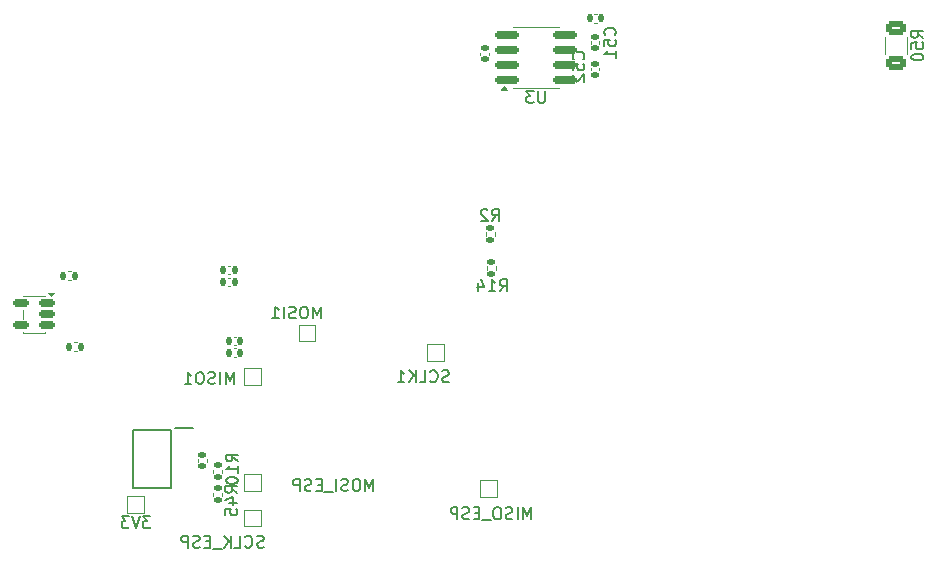
<source format=gbo>
G04 #@! TF.GenerationSoftware,KiCad,Pcbnew,9.0.4*
G04 #@! TF.CreationDate,2025-11-03T14:19:56-05:00*
G04 #@! TF.ProjectId,main_board_v1,6d61696e-5f62-46f6-9172-645f76312e6b,rev?*
G04 #@! TF.SameCoordinates,Original*
G04 #@! TF.FileFunction,Legend,Bot*
G04 #@! TF.FilePolarity,Positive*
%FSLAX46Y46*%
G04 Gerber Fmt 4.6, Leading zero omitted, Abs format (unit mm)*
G04 Created by KiCad (PCBNEW 9.0.4) date 2025-11-03 14:19:56*
%MOMM*%
%LPD*%
G01*
G04 APERTURE LIST*
G04 Aperture macros list*
%AMRoundRect*
0 Rectangle with rounded corners*
0 $1 Rounding radius*
0 $2 $3 $4 $5 $6 $7 $8 $9 X,Y pos of 4 corners*
0 Add a 4 corners polygon primitive as box body*
4,1,4,$2,$3,$4,$5,$6,$7,$8,$9,$2,$3,0*
0 Add four circle primitives for the rounded corners*
1,1,$1+$1,$2,$3*
1,1,$1+$1,$4,$5*
1,1,$1+$1,$6,$7*
1,1,$1+$1,$8,$9*
0 Add four rect primitives between the rounded corners*
20,1,$1+$1,$2,$3,$4,$5,0*
20,1,$1+$1,$4,$5,$6,$7,0*
20,1,$1+$1,$6,$7,$8,$9,0*
20,1,$1+$1,$8,$9,$2,$3,0*%
G04 Aperture macros list end*
%ADD10C,0.150000*%
%ADD11C,0.120000*%
%ADD12C,0.200000*%
%ADD13R,5.200000X1.250000*%
%ADD14R,1.600000X1.600000*%
%ADD15C,1.600000*%
%ADD16R,1.300000X1.300000*%
%ADD17C,1.300000*%
%ADD18C,1.638000*%
%ADD19C,4.801000*%
%ADD20RoundRect,0.140000X-0.170000X0.140000X-0.170000X-0.140000X0.170000X-0.140000X0.170000X0.140000X0*%
%ADD21R,1.000000X1.000000*%
%ADD22RoundRect,0.150000X-0.825000X-0.150000X0.825000X-0.150000X0.825000X0.150000X-0.825000X0.150000X0*%
%ADD23RoundRect,0.140000X0.140000X0.170000X-0.140000X0.170000X-0.140000X-0.170000X0.140000X-0.170000X0*%
%ADD24RoundRect,0.135000X-0.135000X-0.185000X0.135000X-0.185000X0.135000X0.185000X-0.135000X0.185000X0*%
%ADD25RoundRect,0.135000X-0.185000X0.135000X-0.185000X-0.135000X0.185000X-0.135000X0.185000X0.135000X0*%
%ADD26RoundRect,0.135000X0.185000X-0.135000X0.185000X0.135000X-0.185000X0.135000X-0.185000X-0.135000X0*%
%ADD27RoundRect,0.150000X0.512500X0.150000X-0.512500X0.150000X-0.512500X-0.150000X0.512500X-0.150000X0*%
%ADD28RoundRect,0.250000X0.625000X-0.312500X0.625000X0.312500X-0.625000X0.312500X-0.625000X-0.312500X0*%
%ADD29RoundRect,0.140000X0.170000X-0.140000X0.170000X0.140000X-0.170000X0.140000X-0.170000X-0.140000X0*%
%ADD30R,1.500000X0.650000*%
G04 APERTURE END LIST*
D10*
X75297618Y-52604819D02*
X75297618Y-51604819D01*
X75297618Y-51604819D02*
X74964285Y-52319104D01*
X74964285Y-52319104D02*
X74630952Y-51604819D01*
X74630952Y-51604819D02*
X74630952Y-52604819D01*
X73964285Y-51604819D02*
X73773809Y-51604819D01*
X73773809Y-51604819D02*
X73678571Y-51652438D01*
X73678571Y-51652438D02*
X73583333Y-51747676D01*
X73583333Y-51747676D02*
X73535714Y-51938152D01*
X73535714Y-51938152D02*
X73535714Y-52271485D01*
X73535714Y-52271485D02*
X73583333Y-52461961D01*
X73583333Y-52461961D02*
X73678571Y-52557200D01*
X73678571Y-52557200D02*
X73773809Y-52604819D01*
X73773809Y-52604819D02*
X73964285Y-52604819D01*
X73964285Y-52604819D02*
X74059523Y-52557200D01*
X74059523Y-52557200D02*
X74154761Y-52461961D01*
X74154761Y-52461961D02*
X74202380Y-52271485D01*
X74202380Y-52271485D02*
X74202380Y-51938152D01*
X74202380Y-51938152D02*
X74154761Y-51747676D01*
X74154761Y-51747676D02*
X74059523Y-51652438D01*
X74059523Y-51652438D02*
X73964285Y-51604819D01*
X73154761Y-52557200D02*
X73011904Y-52604819D01*
X73011904Y-52604819D02*
X72773809Y-52604819D01*
X72773809Y-52604819D02*
X72678571Y-52557200D01*
X72678571Y-52557200D02*
X72630952Y-52509580D01*
X72630952Y-52509580D02*
X72583333Y-52414342D01*
X72583333Y-52414342D02*
X72583333Y-52319104D01*
X72583333Y-52319104D02*
X72630952Y-52223866D01*
X72630952Y-52223866D02*
X72678571Y-52176247D01*
X72678571Y-52176247D02*
X72773809Y-52128628D01*
X72773809Y-52128628D02*
X72964285Y-52081009D01*
X72964285Y-52081009D02*
X73059523Y-52033390D01*
X73059523Y-52033390D02*
X73107142Y-51985771D01*
X73107142Y-51985771D02*
X73154761Y-51890533D01*
X73154761Y-51890533D02*
X73154761Y-51795295D01*
X73154761Y-51795295D02*
X73107142Y-51700057D01*
X73107142Y-51700057D02*
X73059523Y-51652438D01*
X73059523Y-51652438D02*
X72964285Y-51604819D01*
X72964285Y-51604819D02*
X72726190Y-51604819D01*
X72726190Y-51604819D02*
X72583333Y-51652438D01*
X72154761Y-52604819D02*
X72154761Y-51604819D01*
X71154762Y-52604819D02*
X71726190Y-52604819D01*
X71440476Y-52604819D02*
X71440476Y-51604819D01*
X71440476Y-51604819D02*
X71535714Y-51747676D01*
X71535714Y-51747676D02*
X71630952Y-51842914D01*
X71630952Y-51842914D02*
X71726190Y-51890533D01*
X94261904Y-33354819D02*
X94261904Y-34164342D01*
X94261904Y-34164342D02*
X94214285Y-34259580D01*
X94214285Y-34259580D02*
X94166666Y-34307200D01*
X94166666Y-34307200D02*
X94071428Y-34354819D01*
X94071428Y-34354819D02*
X93880952Y-34354819D01*
X93880952Y-34354819D02*
X93785714Y-34307200D01*
X93785714Y-34307200D02*
X93738095Y-34259580D01*
X93738095Y-34259580D02*
X93690476Y-34164342D01*
X93690476Y-34164342D02*
X93690476Y-33354819D01*
X93309523Y-33354819D02*
X92690476Y-33354819D01*
X92690476Y-33354819D02*
X93023809Y-33735771D01*
X93023809Y-33735771D02*
X92880952Y-33735771D01*
X92880952Y-33735771D02*
X92785714Y-33783390D01*
X92785714Y-33783390D02*
X92738095Y-33831009D01*
X92738095Y-33831009D02*
X92690476Y-33926247D01*
X92690476Y-33926247D02*
X92690476Y-34164342D01*
X92690476Y-34164342D02*
X92738095Y-34259580D01*
X92738095Y-34259580D02*
X92785714Y-34307200D01*
X92785714Y-34307200D02*
X92880952Y-34354819D01*
X92880952Y-34354819D02*
X93166666Y-34354819D01*
X93166666Y-34354819D02*
X93261904Y-34307200D01*
X93261904Y-34307200D02*
X93309523Y-34259580D01*
X60838094Y-69354819D02*
X60219047Y-69354819D01*
X60219047Y-69354819D02*
X60552380Y-69735771D01*
X60552380Y-69735771D02*
X60409523Y-69735771D01*
X60409523Y-69735771D02*
X60314285Y-69783390D01*
X60314285Y-69783390D02*
X60266666Y-69831009D01*
X60266666Y-69831009D02*
X60219047Y-69926247D01*
X60219047Y-69926247D02*
X60219047Y-70164342D01*
X60219047Y-70164342D02*
X60266666Y-70259580D01*
X60266666Y-70259580D02*
X60314285Y-70307200D01*
X60314285Y-70307200D02*
X60409523Y-70354819D01*
X60409523Y-70354819D02*
X60695237Y-70354819D01*
X60695237Y-70354819D02*
X60790475Y-70307200D01*
X60790475Y-70307200D02*
X60838094Y-70259580D01*
X59933332Y-69354819D02*
X59599999Y-70354819D01*
X59599999Y-70354819D02*
X59266666Y-69354819D01*
X59028570Y-69354819D02*
X58409523Y-69354819D01*
X58409523Y-69354819D02*
X58742856Y-69735771D01*
X58742856Y-69735771D02*
X58599999Y-69735771D01*
X58599999Y-69735771D02*
X58504761Y-69783390D01*
X58504761Y-69783390D02*
X58457142Y-69831009D01*
X58457142Y-69831009D02*
X58409523Y-69926247D01*
X58409523Y-69926247D02*
X58409523Y-70164342D01*
X58409523Y-70164342D02*
X58457142Y-70259580D01*
X58457142Y-70259580D02*
X58504761Y-70307200D01*
X58504761Y-70307200D02*
X58599999Y-70354819D01*
X58599999Y-70354819D02*
X58885713Y-70354819D01*
X58885713Y-70354819D02*
X58980951Y-70307200D01*
X58980951Y-70307200D02*
X59028570Y-70259580D01*
X86116666Y-57957200D02*
X85973809Y-58004819D01*
X85973809Y-58004819D02*
X85735714Y-58004819D01*
X85735714Y-58004819D02*
X85640476Y-57957200D01*
X85640476Y-57957200D02*
X85592857Y-57909580D01*
X85592857Y-57909580D02*
X85545238Y-57814342D01*
X85545238Y-57814342D02*
X85545238Y-57719104D01*
X85545238Y-57719104D02*
X85592857Y-57623866D01*
X85592857Y-57623866D02*
X85640476Y-57576247D01*
X85640476Y-57576247D02*
X85735714Y-57528628D01*
X85735714Y-57528628D02*
X85926190Y-57481009D01*
X85926190Y-57481009D02*
X86021428Y-57433390D01*
X86021428Y-57433390D02*
X86069047Y-57385771D01*
X86069047Y-57385771D02*
X86116666Y-57290533D01*
X86116666Y-57290533D02*
X86116666Y-57195295D01*
X86116666Y-57195295D02*
X86069047Y-57100057D01*
X86069047Y-57100057D02*
X86021428Y-57052438D01*
X86021428Y-57052438D02*
X85926190Y-57004819D01*
X85926190Y-57004819D02*
X85688095Y-57004819D01*
X85688095Y-57004819D02*
X85545238Y-57052438D01*
X84545238Y-57909580D02*
X84592857Y-57957200D01*
X84592857Y-57957200D02*
X84735714Y-58004819D01*
X84735714Y-58004819D02*
X84830952Y-58004819D01*
X84830952Y-58004819D02*
X84973809Y-57957200D01*
X84973809Y-57957200D02*
X85069047Y-57861961D01*
X85069047Y-57861961D02*
X85116666Y-57766723D01*
X85116666Y-57766723D02*
X85164285Y-57576247D01*
X85164285Y-57576247D02*
X85164285Y-57433390D01*
X85164285Y-57433390D02*
X85116666Y-57242914D01*
X85116666Y-57242914D02*
X85069047Y-57147676D01*
X85069047Y-57147676D02*
X84973809Y-57052438D01*
X84973809Y-57052438D02*
X84830952Y-57004819D01*
X84830952Y-57004819D02*
X84735714Y-57004819D01*
X84735714Y-57004819D02*
X84592857Y-57052438D01*
X84592857Y-57052438D02*
X84545238Y-57100057D01*
X83640476Y-58004819D02*
X84116666Y-58004819D01*
X84116666Y-58004819D02*
X84116666Y-57004819D01*
X83307142Y-58004819D02*
X83307142Y-57004819D01*
X82735714Y-58004819D02*
X83164285Y-57433390D01*
X82735714Y-57004819D02*
X83307142Y-57576247D01*
X81783333Y-58004819D02*
X82354761Y-58004819D01*
X82069047Y-58004819D02*
X82069047Y-57004819D01*
X82069047Y-57004819D02*
X82164285Y-57147676D01*
X82164285Y-57147676D02*
X82259523Y-57242914D01*
X82259523Y-57242914D02*
X82354761Y-57290533D01*
X70449999Y-71957200D02*
X70307142Y-72004819D01*
X70307142Y-72004819D02*
X70069047Y-72004819D01*
X70069047Y-72004819D02*
X69973809Y-71957200D01*
X69973809Y-71957200D02*
X69926190Y-71909580D01*
X69926190Y-71909580D02*
X69878571Y-71814342D01*
X69878571Y-71814342D02*
X69878571Y-71719104D01*
X69878571Y-71719104D02*
X69926190Y-71623866D01*
X69926190Y-71623866D02*
X69973809Y-71576247D01*
X69973809Y-71576247D02*
X70069047Y-71528628D01*
X70069047Y-71528628D02*
X70259523Y-71481009D01*
X70259523Y-71481009D02*
X70354761Y-71433390D01*
X70354761Y-71433390D02*
X70402380Y-71385771D01*
X70402380Y-71385771D02*
X70449999Y-71290533D01*
X70449999Y-71290533D02*
X70449999Y-71195295D01*
X70449999Y-71195295D02*
X70402380Y-71100057D01*
X70402380Y-71100057D02*
X70354761Y-71052438D01*
X70354761Y-71052438D02*
X70259523Y-71004819D01*
X70259523Y-71004819D02*
X70021428Y-71004819D01*
X70021428Y-71004819D02*
X69878571Y-71052438D01*
X68878571Y-71909580D02*
X68926190Y-71957200D01*
X68926190Y-71957200D02*
X69069047Y-72004819D01*
X69069047Y-72004819D02*
X69164285Y-72004819D01*
X69164285Y-72004819D02*
X69307142Y-71957200D01*
X69307142Y-71957200D02*
X69402380Y-71861961D01*
X69402380Y-71861961D02*
X69449999Y-71766723D01*
X69449999Y-71766723D02*
X69497618Y-71576247D01*
X69497618Y-71576247D02*
X69497618Y-71433390D01*
X69497618Y-71433390D02*
X69449999Y-71242914D01*
X69449999Y-71242914D02*
X69402380Y-71147676D01*
X69402380Y-71147676D02*
X69307142Y-71052438D01*
X69307142Y-71052438D02*
X69164285Y-71004819D01*
X69164285Y-71004819D02*
X69069047Y-71004819D01*
X69069047Y-71004819D02*
X68926190Y-71052438D01*
X68926190Y-71052438D02*
X68878571Y-71100057D01*
X67973809Y-72004819D02*
X68449999Y-72004819D01*
X68449999Y-72004819D02*
X68449999Y-71004819D01*
X67640475Y-72004819D02*
X67640475Y-71004819D01*
X67069047Y-72004819D02*
X67497618Y-71433390D01*
X67069047Y-71004819D02*
X67640475Y-71576247D01*
X66878571Y-72100057D02*
X66116666Y-72100057D01*
X65878570Y-71481009D02*
X65545237Y-71481009D01*
X65402380Y-72004819D02*
X65878570Y-72004819D01*
X65878570Y-72004819D02*
X65878570Y-71004819D01*
X65878570Y-71004819D02*
X65402380Y-71004819D01*
X65021427Y-71957200D02*
X64878570Y-72004819D01*
X64878570Y-72004819D02*
X64640475Y-72004819D01*
X64640475Y-72004819D02*
X64545237Y-71957200D01*
X64545237Y-71957200D02*
X64497618Y-71909580D01*
X64497618Y-71909580D02*
X64449999Y-71814342D01*
X64449999Y-71814342D02*
X64449999Y-71719104D01*
X64449999Y-71719104D02*
X64497618Y-71623866D01*
X64497618Y-71623866D02*
X64545237Y-71576247D01*
X64545237Y-71576247D02*
X64640475Y-71528628D01*
X64640475Y-71528628D02*
X64830951Y-71481009D01*
X64830951Y-71481009D02*
X64926189Y-71433390D01*
X64926189Y-71433390D02*
X64973808Y-71385771D01*
X64973808Y-71385771D02*
X65021427Y-71290533D01*
X65021427Y-71290533D02*
X65021427Y-71195295D01*
X65021427Y-71195295D02*
X64973808Y-71100057D01*
X64973808Y-71100057D02*
X64926189Y-71052438D01*
X64926189Y-71052438D02*
X64830951Y-71004819D01*
X64830951Y-71004819D02*
X64592856Y-71004819D01*
X64592856Y-71004819D02*
X64449999Y-71052438D01*
X64021427Y-72004819D02*
X64021427Y-71004819D01*
X64021427Y-71004819D02*
X63640475Y-71004819D01*
X63640475Y-71004819D02*
X63545237Y-71052438D01*
X63545237Y-71052438D02*
X63497618Y-71100057D01*
X63497618Y-71100057D02*
X63449999Y-71195295D01*
X63449999Y-71195295D02*
X63449999Y-71338152D01*
X63449999Y-71338152D02*
X63497618Y-71433390D01*
X63497618Y-71433390D02*
X63545237Y-71481009D01*
X63545237Y-71481009D02*
X63640475Y-71528628D01*
X63640475Y-71528628D02*
X64021427Y-71528628D01*
X67897618Y-58154819D02*
X67897618Y-57154819D01*
X67897618Y-57154819D02*
X67564285Y-57869104D01*
X67564285Y-57869104D02*
X67230952Y-57154819D01*
X67230952Y-57154819D02*
X67230952Y-58154819D01*
X66754761Y-58154819D02*
X66754761Y-57154819D01*
X66326190Y-58107200D02*
X66183333Y-58154819D01*
X66183333Y-58154819D02*
X65945238Y-58154819D01*
X65945238Y-58154819D02*
X65850000Y-58107200D01*
X65850000Y-58107200D02*
X65802381Y-58059580D01*
X65802381Y-58059580D02*
X65754762Y-57964342D01*
X65754762Y-57964342D02*
X65754762Y-57869104D01*
X65754762Y-57869104D02*
X65802381Y-57773866D01*
X65802381Y-57773866D02*
X65850000Y-57726247D01*
X65850000Y-57726247D02*
X65945238Y-57678628D01*
X65945238Y-57678628D02*
X66135714Y-57631009D01*
X66135714Y-57631009D02*
X66230952Y-57583390D01*
X66230952Y-57583390D02*
X66278571Y-57535771D01*
X66278571Y-57535771D02*
X66326190Y-57440533D01*
X66326190Y-57440533D02*
X66326190Y-57345295D01*
X66326190Y-57345295D02*
X66278571Y-57250057D01*
X66278571Y-57250057D02*
X66230952Y-57202438D01*
X66230952Y-57202438D02*
X66135714Y-57154819D01*
X66135714Y-57154819D02*
X65897619Y-57154819D01*
X65897619Y-57154819D02*
X65754762Y-57202438D01*
X65135714Y-57154819D02*
X64945238Y-57154819D01*
X64945238Y-57154819D02*
X64850000Y-57202438D01*
X64850000Y-57202438D02*
X64754762Y-57297676D01*
X64754762Y-57297676D02*
X64707143Y-57488152D01*
X64707143Y-57488152D02*
X64707143Y-57821485D01*
X64707143Y-57821485D02*
X64754762Y-58011961D01*
X64754762Y-58011961D02*
X64850000Y-58107200D01*
X64850000Y-58107200D02*
X64945238Y-58154819D01*
X64945238Y-58154819D02*
X65135714Y-58154819D01*
X65135714Y-58154819D02*
X65230952Y-58107200D01*
X65230952Y-58107200D02*
X65326190Y-58011961D01*
X65326190Y-58011961D02*
X65373809Y-57821485D01*
X65373809Y-57821485D02*
X65373809Y-57488152D01*
X65373809Y-57488152D02*
X65326190Y-57297676D01*
X65326190Y-57297676D02*
X65230952Y-57202438D01*
X65230952Y-57202438D02*
X65135714Y-57154819D01*
X63754762Y-58154819D02*
X64326190Y-58154819D01*
X64040476Y-58154819D02*
X64040476Y-57154819D01*
X64040476Y-57154819D02*
X64135714Y-57297676D01*
X64135714Y-57297676D02*
X64230952Y-57392914D01*
X64230952Y-57392914D02*
X64326190Y-57440533D01*
X89766666Y-44354819D02*
X90099999Y-43878628D01*
X90338094Y-44354819D02*
X90338094Y-43354819D01*
X90338094Y-43354819D02*
X89957142Y-43354819D01*
X89957142Y-43354819D02*
X89861904Y-43402438D01*
X89861904Y-43402438D02*
X89814285Y-43450057D01*
X89814285Y-43450057D02*
X89766666Y-43545295D01*
X89766666Y-43545295D02*
X89766666Y-43688152D01*
X89766666Y-43688152D02*
X89814285Y-43783390D01*
X89814285Y-43783390D02*
X89861904Y-43831009D01*
X89861904Y-43831009D02*
X89957142Y-43878628D01*
X89957142Y-43878628D02*
X90338094Y-43878628D01*
X89385713Y-43450057D02*
X89338094Y-43402438D01*
X89338094Y-43402438D02*
X89242856Y-43354819D01*
X89242856Y-43354819D02*
X89004761Y-43354819D01*
X89004761Y-43354819D02*
X88909523Y-43402438D01*
X88909523Y-43402438D02*
X88861904Y-43450057D01*
X88861904Y-43450057D02*
X88814285Y-43545295D01*
X88814285Y-43545295D02*
X88814285Y-43640533D01*
X88814285Y-43640533D02*
X88861904Y-43783390D01*
X88861904Y-43783390D02*
X89433332Y-44354819D01*
X89433332Y-44354819D02*
X88814285Y-44354819D01*
X68254819Y-64707142D02*
X67778628Y-64373809D01*
X68254819Y-64135714D02*
X67254819Y-64135714D01*
X67254819Y-64135714D02*
X67254819Y-64516666D01*
X67254819Y-64516666D02*
X67302438Y-64611904D01*
X67302438Y-64611904D02*
X67350057Y-64659523D01*
X67350057Y-64659523D02*
X67445295Y-64707142D01*
X67445295Y-64707142D02*
X67588152Y-64707142D01*
X67588152Y-64707142D02*
X67683390Y-64659523D01*
X67683390Y-64659523D02*
X67731009Y-64611904D01*
X67731009Y-64611904D02*
X67778628Y-64516666D01*
X67778628Y-64516666D02*
X67778628Y-64135714D01*
X68254819Y-65659523D02*
X68254819Y-65088095D01*
X68254819Y-65373809D02*
X67254819Y-65373809D01*
X67254819Y-65373809D02*
X67397676Y-65278571D01*
X67397676Y-65278571D02*
X67492914Y-65183333D01*
X67492914Y-65183333D02*
X67540533Y-65088095D01*
X67254819Y-66278571D02*
X67254819Y-66373809D01*
X67254819Y-66373809D02*
X67302438Y-66469047D01*
X67302438Y-66469047D02*
X67350057Y-66516666D01*
X67350057Y-66516666D02*
X67445295Y-66564285D01*
X67445295Y-66564285D02*
X67635771Y-66611904D01*
X67635771Y-66611904D02*
X67873866Y-66611904D01*
X67873866Y-66611904D02*
X68064342Y-66564285D01*
X68064342Y-66564285D02*
X68159580Y-66516666D01*
X68159580Y-66516666D02*
X68207200Y-66469047D01*
X68207200Y-66469047D02*
X68254819Y-66373809D01*
X68254819Y-66373809D02*
X68254819Y-66278571D01*
X68254819Y-66278571D02*
X68207200Y-66183333D01*
X68207200Y-66183333D02*
X68159580Y-66135714D01*
X68159580Y-66135714D02*
X68064342Y-66088095D01*
X68064342Y-66088095D02*
X67873866Y-66040476D01*
X67873866Y-66040476D02*
X67635771Y-66040476D01*
X67635771Y-66040476D02*
X67445295Y-66088095D01*
X67445295Y-66088095D02*
X67350057Y-66135714D01*
X67350057Y-66135714D02*
X67302438Y-66183333D01*
X67302438Y-66183333D02*
X67254819Y-66278571D01*
X93080951Y-69604819D02*
X93080951Y-68604819D01*
X93080951Y-68604819D02*
X92747618Y-69319104D01*
X92747618Y-69319104D02*
X92414285Y-68604819D01*
X92414285Y-68604819D02*
X92414285Y-69604819D01*
X91938094Y-69604819D02*
X91938094Y-68604819D01*
X91509523Y-69557200D02*
X91366666Y-69604819D01*
X91366666Y-69604819D02*
X91128571Y-69604819D01*
X91128571Y-69604819D02*
X91033333Y-69557200D01*
X91033333Y-69557200D02*
X90985714Y-69509580D01*
X90985714Y-69509580D02*
X90938095Y-69414342D01*
X90938095Y-69414342D02*
X90938095Y-69319104D01*
X90938095Y-69319104D02*
X90985714Y-69223866D01*
X90985714Y-69223866D02*
X91033333Y-69176247D01*
X91033333Y-69176247D02*
X91128571Y-69128628D01*
X91128571Y-69128628D02*
X91319047Y-69081009D01*
X91319047Y-69081009D02*
X91414285Y-69033390D01*
X91414285Y-69033390D02*
X91461904Y-68985771D01*
X91461904Y-68985771D02*
X91509523Y-68890533D01*
X91509523Y-68890533D02*
X91509523Y-68795295D01*
X91509523Y-68795295D02*
X91461904Y-68700057D01*
X91461904Y-68700057D02*
X91414285Y-68652438D01*
X91414285Y-68652438D02*
X91319047Y-68604819D01*
X91319047Y-68604819D02*
X91080952Y-68604819D01*
X91080952Y-68604819D02*
X90938095Y-68652438D01*
X90319047Y-68604819D02*
X90128571Y-68604819D01*
X90128571Y-68604819D02*
X90033333Y-68652438D01*
X90033333Y-68652438D02*
X89938095Y-68747676D01*
X89938095Y-68747676D02*
X89890476Y-68938152D01*
X89890476Y-68938152D02*
X89890476Y-69271485D01*
X89890476Y-69271485D02*
X89938095Y-69461961D01*
X89938095Y-69461961D02*
X90033333Y-69557200D01*
X90033333Y-69557200D02*
X90128571Y-69604819D01*
X90128571Y-69604819D02*
X90319047Y-69604819D01*
X90319047Y-69604819D02*
X90414285Y-69557200D01*
X90414285Y-69557200D02*
X90509523Y-69461961D01*
X90509523Y-69461961D02*
X90557142Y-69271485D01*
X90557142Y-69271485D02*
X90557142Y-68938152D01*
X90557142Y-68938152D02*
X90509523Y-68747676D01*
X90509523Y-68747676D02*
X90414285Y-68652438D01*
X90414285Y-68652438D02*
X90319047Y-68604819D01*
X89700000Y-69700057D02*
X88938095Y-69700057D01*
X88699999Y-69081009D02*
X88366666Y-69081009D01*
X88223809Y-69604819D02*
X88699999Y-69604819D01*
X88699999Y-69604819D02*
X88699999Y-68604819D01*
X88699999Y-68604819D02*
X88223809Y-68604819D01*
X87842856Y-69557200D02*
X87699999Y-69604819D01*
X87699999Y-69604819D02*
X87461904Y-69604819D01*
X87461904Y-69604819D02*
X87366666Y-69557200D01*
X87366666Y-69557200D02*
X87319047Y-69509580D01*
X87319047Y-69509580D02*
X87271428Y-69414342D01*
X87271428Y-69414342D02*
X87271428Y-69319104D01*
X87271428Y-69319104D02*
X87319047Y-69223866D01*
X87319047Y-69223866D02*
X87366666Y-69176247D01*
X87366666Y-69176247D02*
X87461904Y-69128628D01*
X87461904Y-69128628D02*
X87652380Y-69081009D01*
X87652380Y-69081009D02*
X87747618Y-69033390D01*
X87747618Y-69033390D02*
X87795237Y-68985771D01*
X87795237Y-68985771D02*
X87842856Y-68890533D01*
X87842856Y-68890533D02*
X87842856Y-68795295D01*
X87842856Y-68795295D02*
X87795237Y-68700057D01*
X87795237Y-68700057D02*
X87747618Y-68652438D01*
X87747618Y-68652438D02*
X87652380Y-68604819D01*
X87652380Y-68604819D02*
X87414285Y-68604819D01*
X87414285Y-68604819D02*
X87271428Y-68652438D01*
X86842856Y-69604819D02*
X86842856Y-68604819D01*
X86842856Y-68604819D02*
X86461904Y-68604819D01*
X86461904Y-68604819D02*
X86366666Y-68652438D01*
X86366666Y-68652438D02*
X86319047Y-68700057D01*
X86319047Y-68700057D02*
X86271428Y-68795295D01*
X86271428Y-68795295D02*
X86271428Y-68938152D01*
X86271428Y-68938152D02*
X86319047Y-69033390D01*
X86319047Y-69033390D02*
X86366666Y-69081009D01*
X86366666Y-69081009D02*
X86461904Y-69128628D01*
X86461904Y-69128628D02*
X86842856Y-69128628D01*
X97509580Y-30657142D02*
X97557200Y-30609523D01*
X97557200Y-30609523D02*
X97604819Y-30466666D01*
X97604819Y-30466666D02*
X97604819Y-30371428D01*
X97604819Y-30371428D02*
X97557200Y-30228571D01*
X97557200Y-30228571D02*
X97461961Y-30133333D01*
X97461961Y-30133333D02*
X97366723Y-30085714D01*
X97366723Y-30085714D02*
X97176247Y-30038095D01*
X97176247Y-30038095D02*
X97033390Y-30038095D01*
X97033390Y-30038095D02*
X96842914Y-30085714D01*
X96842914Y-30085714D02*
X96747676Y-30133333D01*
X96747676Y-30133333D02*
X96652438Y-30228571D01*
X96652438Y-30228571D02*
X96604819Y-30371428D01*
X96604819Y-30371428D02*
X96604819Y-30466666D01*
X96604819Y-30466666D02*
X96652438Y-30609523D01*
X96652438Y-30609523D02*
X96700057Y-30657142D01*
X96604819Y-31561904D02*
X96604819Y-31085714D01*
X96604819Y-31085714D02*
X97081009Y-31038095D01*
X97081009Y-31038095D02*
X97033390Y-31085714D01*
X97033390Y-31085714D02*
X96985771Y-31180952D01*
X96985771Y-31180952D02*
X96985771Y-31419047D01*
X96985771Y-31419047D02*
X97033390Y-31514285D01*
X97033390Y-31514285D02*
X97081009Y-31561904D01*
X97081009Y-31561904D02*
X97176247Y-31609523D01*
X97176247Y-31609523D02*
X97414342Y-31609523D01*
X97414342Y-31609523D02*
X97509580Y-31561904D01*
X97509580Y-31561904D02*
X97557200Y-31514285D01*
X97557200Y-31514285D02*
X97604819Y-31419047D01*
X97604819Y-31419047D02*
X97604819Y-31180952D01*
X97604819Y-31180952D02*
X97557200Y-31085714D01*
X97557200Y-31085714D02*
X97509580Y-31038095D01*
X96700057Y-31990476D02*
X96652438Y-32038095D01*
X96652438Y-32038095D02*
X96604819Y-32133333D01*
X96604819Y-32133333D02*
X96604819Y-32371428D01*
X96604819Y-32371428D02*
X96652438Y-32466666D01*
X96652438Y-32466666D02*
X96700057Y-32514285D01*
X96700057Y-32514285D02*
X96795295Y-32561904D01*
X96795295Y-32561904D02*
X96890533Y-32561904D01*
X96890533Y-32561904D02*
X97033390Y-32514285D01*
X97033390Y-32514285D02*
X97604819Y-31942857D01*
X97604819Y-31942857D02*
X97604819Y-32561904D01*
X90442857Y-50304819D02*
X90776190Y-49828628D01*
X91014285Y-50304819D02*
X91014285Y-49304819D01*
X91014285Y-49304819D02*
X90633333Y-49304819D01*
X90633333Y-49304819D02*
X90538095Y-49352438D01*
X90538095Y-49352438D02*
X90490476Y-49400057D01*
X90490476Y-49400057D02*
X90442857Y-49495295D01*
X90442857Y-49495295D02*
X90442857Y-49638152D01*
X90442857Y-49638152D02*
X90490476Y-49733390D01*
X90490476Y-49733390D02*
X90538095Y-49781009D01*
X90538095Y-49781009D02*
X90633333Y-49828628D01*
X90633333Y-49828628D02*
X91014285Y-49828628D01*
X89490476Y-50304819D02*
X90061904Y-50304819D01*
X89776190Y-50304819D02*
X89776190Y-49304819D01*
X89776190Y-49304819D02*
X89871428Y-49447676D01*
X89871428Y-49447676D02*
X89966666Y-49542914D01*
X89966666Y-49542914D02*
X90061904Y-49590533D01*
X88633333Y-49638152D02*
X88633333Y-50304819D01*
X88871428Y-49257200D02*
X89109523Y-49971485D01*
X89109523Y-49971485D02*
X88490476Y-49971485D01*
X68209819Y-67377142D02*
X67733628Y-67043809D01*
X68209819Y-66805714D02*
X67209819Y-66805714D01*
X67209819Y-66805714D02*
X67209819Y-67186666D01*
X67209819Y-67186666D02*
X67257438Y-67281904D01*
X67257438Y-67281904D02*
X67305057Y-67329523D01*
X67305057Y-67329523D02*
X67400295Y-67377142D01*
X67400295Y-67377142D02*
X67543152Y-67377142D01*
X67543152Y-67377142D02*
X67638390Y-67329523D01*
X67638390Y-67329523D02*
X67686009Y-67281904D01*
X67686009Y-67281904D02*
X67733628Y-67186666D01*
X67733628Y-67186666D02*
X67733628Y-66805714D01*
X67543152Y-68234285D02*
X68209819Y-68234285D01*
X67162200Y-67996190D02*
X67876485Y-67758095D01*
X67876485Y-67758095D02*
X67876485Y-68377142D01*
X67209819Y-69234285D02*
X67209819Y-68758095D01*
X67209819Y-68758095D02*
X67686009Y-68710476D01*
X67686009Y-68710476D02*
X67638390Y-68758095D01*
X67638390Y-68758095D02*
X67590771Y-68853333D01*
X67590771Y-68853333D02*
X67590771Y-69091428D01*
X67590771Y-69091428D02*
X67638390Y-69186666D01*
X67638390Y-69186666D02*
X67686009Y-69234285D01*
X67686009Y-69234285D02*
X67781247Y-69281904D01*
X67781247Y-69281904D02*
X68019342Y-69281904D01*
X68019342Y-69281904D02*
X68114580Y-69234285D01*
X68114580Y-69234285D02*
X68162200Y-69186666D01*
X68162200Y-69186666D02*
X68209819Y-69091428D01*
X68209819Y-69091428D02*
X68209819Y-68853333D01*
X68209819Y-68853333D02*
X68162200Y-68758095D01*
X68162200Y-68758095D02*
X68114580Y-68710476D01*
X126284819Y-28857142D02*
X125808628Y-28523809D01*
X126284819Y-28285714D02*
X125284819Y-28285714D01*
X125284819Y-28285714D02*
X125284819Y-28666666D01*
X125284819Y-28666666D02*
X125332438Y-28761904D01*
X125332438Y-28761904D02*
X125380057Y-28809523D01*
X125380057Y-28809523D02*
X125475295Y-28857142D01*
X125475295Y-28857142D02*
X125618152Y-28857142D01*
X125618152Y-28857142D02*
X125713390Y-28809523D01*
X125713390Y-28809523D02*
X125761009Y-28761904D01*
X125761009Y-28761904D02*
X125808628Y-28666666D01*
X125808628Y-28666666D02*
X125808628Y-28285714D01*
X125284819Y-29761904D02*
X125284819Y-29285714D01*
X125284819Y-29285714D02*
X125761009Y-29238095D01*
X125761009Y-29238095D02*
X125713390Y-29285714D01*
X125713390Y-29285714D02*
X125665771Y-29380952D01*
X125665771Y-29380952D02*
X125665771Y-29619047D01*
X125665771Y-29619047D02*
X125713390Y-29714285D01*
X125713390Y-29714285D02*
X125761009Y-29761904D01*
X125761009Y-29761904D02*
X125856247Y-29809523D01*
X125856247Y-29809523D02*
X126094342Y-29809523D01*
X126094342Y-29809523D02*
X126189580Y-29761904D01*
X126189580Y-29761904D02*
X126237200Y-29714285D01*
X126237200Y-29714285D02*
X126284819Y-29619047D01*
X126284819Y-29619047D02*
X126284819Y-29380952D01*
X126284819Y-29380952D02*
X126237200Y-29285714D01*
X126237200Y-29285714D02*
X126189580Y-29238095D01*
X125284819Y-30428571D02*
X125284819Y-30523809D01*
X125284819Y-30523809D02*
X125332438Y-30619047D01*
X125332438Y-30619047D02*
X125380057Y-30666666D01*
X125380057Y-30666666D02*
X125475295Y-30714285D01*
X125475295Y-30714285D02*
X125665771Y-30761904D01*
X125665771Y-30761904D02*
X125903866Y-30761904D01*
X125903866Y-30761904D02*
X126094342Y-30714285D01*
X126094342Y-30714285D02*
X126189580Y-30666666D01*
X126189580Y-30666666D02*
X126237200Y-30619047D01*
X126237200Y-30619047D02*
X126284819Y-30523809D01*
X126284819Y-30523809D02*
X126284819Y-30428571D01*
X126284819Y-30428571D02*
X126237200Y-30333333D01*
X126237200Y-30333333D02*
X126189580Y-30285714D01*
X126189580Y-30285714D02*
X126094342Y-30238095D01*
X126094342Y-30238095D02*
X125903866Y-30190476D01*
X125903866Y-30190476D02*
X125665771Y-30190476D01*
X125665771Y-30190476D02*
X125475295Y-30238095D01*
X125475295Y-30238095D02*
X125380057Y-30285714D01*
X125380057Y-30285714D02*
X125332438Y-30333333D01*
X125332438Y-30333333D02*
X125284819Y-30428571D01*
X100159580Y-28607142D02*
X100207200Y-28559523D01*
X100207200Y-28559523D02*
X100254819Y-28416666D01*
X100254819Y-28416666D02*
X100254819Y-28321428D01*
X100254819Y-28321428D02*
X100207200Y-28178571D01*
X100207200Y-28178571D02*
X100111961Y-28083333D01*
X100111961Y-28083333D02*
X100016723Y-28035714D01*
X100016723Y-28035714D02*
X99826247Y-27988095D01*
X99826247Y-27988095D02*
X99683390Y-27988095D01*
X99683390Y-27988095D02*
X99492914Y-28035714D01*
X99492914Y-28035714D02*
X99397676Y-28083333D01*
X99397676Y-28083333D02*
X99302438Y-28178571D01*
X99302438Y-28178571D02*
X99254819Y-28321428D01*
X99254819Y-28321428D02*
X99254819Y-28416666D01*
X99254819Y-28416666D02*
X99302438Y-28559523D01*
X99302438Y-28559523D02*
X99350057Y-28607142D01*
X99254819Y-29511904D02*
X99254819Y-29035714D01*
X99254819Y-29035714D02*
X99731009Y-28988095D01*
X99731009Y-28988095D02*
X99683390Y-29035714D01*
X99683390Y-29035714D02*
X99635771Y-29130952D01*
X99635771Y-29130952D02*
X99635771Y-29369047D01*
X99635771Y-29369047D02*
X99683390Y-29464285D01*
X99683390Y-29464285D02*
X99731009Y-29511904D01*
X99731009Y-29511904D02*
X99826247Y-29559523D01*
X99826247Y-29559523D02*
X100064342Y-29559523D01*
X100064342Y-29559523D02*
X100159580Y-29511904D01*
X100159580Y-29511904D02*
X100207200Y-29464285D01*
X100207200Y-29464285D02*
X100254819Y-29369047D01*
X100254819Y-29369047D02*
X100254819Y-29130952D01*
X100254819Y-29130952D02*
X100207200Y-29035714D01*
X100207200Y-29035714D02*
X100159580Y-28988095D01*
X100254819Y-30511904D02*
X100254819Y-29940476D01*
X100254819Y-30226190D02*
X99254819Y-30226190D01*
X99254819Y-30226190D02*
X99397676Y-30130952D01*
X99397676Y-30130952D02*
X99492914Y-30035714D01*
X99492914Y-30035714D02*
X99540533Y-29940476D01*
X79730951Y-67204819D02*
X79730951Y-66204819D01*
X79730951Y-66204819D02*
X79397618Y-66919104D01*
X79397618Y-66919104D02*
X79064285Y-66204819D01*
X79064285Y-66204819D02*
X79064285Y-67204819D01*
X78397618Y-66204819D02*
X78207142Y-66204819D01*
X78207142Y-66204819D02*
X78111904Y-66252438D01*
X78111904Y-66252438D02*
X78016666Y-66347676D01*
X78016666Y-66347676D02*
X77969047Y-66538152D01*
X77969047Y-66538152D02*
X77969047Y-66871485D01*
X77969047Y-66871485D02*
X78016666Y-67061961D01*
X78016666Y-67061961D02*
X78111904Y-67157200D01*
X78111904Y-67157200D02*
X78207142Y-67204819D01*
X78207142Y-67204819D02*
X78397618Y-67204819D01*
X78397618Y-67204819D02*
X78492856Y-67157200D01*
X78492856Y-67157200D02*
X78588094Y-67061961D01*
X78588094Y-67061961D02*
X78635713Y-66871485D01*
X78635713Y-66871485D02*
X78635713Y-66538152D01*
X78635713Y-66538152D02*
X78588094Y-66347676D01*
X78588094Y-66347676D02*
X78492856Y-66252438D01*
X78492856Y-66252438D02*
X78397618Y-66204819D01*
X77588094Y-67157200D02*
X77445237Y-67204819D01*
X77445237Y-67204819D02*
X77207142Y-67204819D01*
X77207142Y-67204819D02*
X77111904Y-67157200D01*
X77111904Y-67157200D02*
X77064285Y-67109580D01*
X77064285Y-67109580D02*
X77016666Y-67014342D01*
X77016666Y-67014342D02*
X77016666Y-66919104D01*
X77016666Y-66919104D02*
X77064285Y-66823866D01*
X77064285Y-66823866D02*
X77111904Y-66776247D01*
X77111904Y-66776247D02*
X77207142Y-66728628D01*
X77207142Y-66728628D02*
X77397618Y-66681009D01*
X77397618Y-66681009D02*
X77492856Y-66633390D01*
X77492856Y-66633390D02*
X77540475Y-66585771D01*
X77540475Y-66585771D02*
X77588094Y-66490533D01*
X77588094Y-66490533D02*
X77588094Y-66395295D01*
X77588094Y-66395295D02*
X77540475Y-66300057D01*
X77540475Y-66300057D02*
X77492856Y-66252438D01*
X77492856Y-66252438D02*
X77397618Y-66204819D01*
X77397618Y-66204819D02*
X77159523Y-66204819D01*
X77159523Y-66204819D02*
X77016666Y-66252438D01*
X76588094Y-67204819D02*
X76588094Y-66204819D01*
X76350000Y-67300057D02*
X75588095Y-67300057D01*
X75349999Y-66681009D02*
X75016666Y-66681009D01*
X74873809Y-67204819D02*
X75349999Y-67204819D01*
X75349999Y-67204819D02*
X75349999Y-66204819D01*
X75349999Y-66204819D02*
X74873809Y-66204819D01*
X74492856Y-67157200D02*
X74349999Y-67204819D01*
X74349999Y-67204819D02*
X74111904Y-67204819D01*
X74111904Y-67204819D02*
X74016666Y-67157200D01*
X74016666Y-67157200D02*
X73969047Y-67109580D01*
X73969047Y-67109580D02*
X73921428Y-67014342D01*
X73921428Y-67014342D02*
X73921428Y-66919104D01*
X73921428Y-66919104D02*
X73969047Y-66823866D01*
X73969047Y-66823866D02*
X74016666Y-66776247D01*
X74016666Y-66776247D02*
X74111904Y-66728628D01*
X74111904Y-66728628D02*
X74302380Y-66681009D01*
X74302380Y-66681009D02*
X74397618Y-66633390D01*
X74397618Y-66633390D02*
X74445237Y-66585771D01*
X74445237Y-66585771D02*
X74492856Y-66490533D01*
X74492856Y-66490533D02*
X74492856Y-66395295D01*
X74492856Y-66395295D02*
X74445237Y-66300057D01*
X74445237Y-66300057D02*
X74397618Y-66252438D01*
X74397618Y-66252438D02*
X74302380Y-66204819D01*
X74302380Y-66204819D02*
X74064285Y-66204819D01*
X74064285Y-66204819D02*
X73921428Y-66252438D01*
X73492856Y-67204819D02*
X73492856Y-66204819D01*
X73492856Y-66204819D02*
X73111904Y-66204819D01*
X73111904Y-66204819D02*
X73016666Y-66252438D01*
X73016666Y-66252438D02*
X72969047Y-66300057D01*
X72969047Y-66300057D02*
X72921428Y-66395295D01*
X72921428Y-66395295D02*
X72921428Y-66538152D01*
X72921428Y-66538152D02*
X72969047Y-66633390D01*
X72969047Y-66633390D02*
X73016666Y-66681009D01*
X73016666Y-66681009D02*
X73111904Y-66728628D01*
X73111904Y-66728628D02*
X73492856Y-66728628D01*
D11*
X64890000Y-64542164D02*
X64890000Y-64757836D01*
X65610000Y-64542164D02*
X65610000Y-64757836D01*
X73400000Y-53150000D02*
X73400000Y-54550000D01*
X73400000Y-54550000D02*
X74800000Y-54550000D01*
X74800000Y-53150000D02*
X73400000Y-53150000D01*
X74800000Y-54550000D02*
X74800000Y-53150000D01*
X93500000Y-27940000D02*
X91550000Y-27940000D01*
X93500000Y-27940000D02*
X95450000Y-27940000D01*
X93500000Y-33060000D02*
X91550000Y-33060000D01*
X93500000Y-33060000D02*
X95450000Y-33060000D01*
X91040000Y-33295000D02*
X90560000Y-33295000D01*
X90800000Y-32965000D01*
X91040000Y-33295000D01*
G36*
X91040000Y-33295000D02*
G01*
X90560000Y-33295000D01*
X90800000Y-32965000D01*
X91040000Y-33295000D01*
G37*
X67607836Y-49140000D02*
X67392164Y-49140000D01*
X67607836Y-49860000D02*
X67392164Y-49860000D01*
X58900000Y-67650000D02*
X58900000Y-69050000D01*
X58900000Y-69050000D02*
X60300000Y-69050000D01*
X60300000Y-67650000D02*
X58900000Y-67650000D01*
X60300000Y-69050000D02*
X60300000Y-67650000D01*
X84300000Y-54800000D02*
X84300000Y-56200000D01*
X84300000Y-56200000D02*
X85700000Y-56200000D01*
X85700000Y-54800000D02*
X84300000Y-54800000D01*
X85700000Y-56200000D02*
X85700000Y-54800000D01*
X98657836Y-26840000D02*
X98442164Y-26840000D01*
X98657836Y-27560000D02*
X98442164Y-27560000D01*
X68800000Y-68800000D02*
X68800000Y-70200000D01*
X68800000Y-70200000D02*
X70200000Y-70200000D01*
X70200000Y-68800000D02*
X68800000Y-68800000D01*
X70200000Y-70200000D02*
X70200000Y-68800000D01*
X53836359Y-48620000D02*
X54143641Y-48620000D01*
X53836359Y-49380000D02*
X54143641Y-49380000D01*
X68800000Y-56800000D02*
X68800000Y-58200000D01*
X68800000Y-58200000D02*
X70200000Y-58200000D01*
X70200000Y-56800000D02*
X68800000Y-56800000D01*
X70200000Y-58200000D02*
X70200000Y-56800000D01*
X89270000Y-45296359D02*
X89270000Y-45603641D01*
X90030000Y-45296359D02*
X90030000Y-45603641D01*
X54356359Y-54620000D02*
X54663641Y-54620000D01*
X54356359Y-55380000D02*
X54663641Y-55380000D01*
X68107836Y-55140000D02*
X67892164Y-55140000D01*
X68107836Y-55860000D02*
X67892164Y-55860000D01*
X66195000Y-65396359D02*
X66195000Y-65703641D01*
X66955000Y-65396359D02*
X66955000Y-65703641D01*
X88800000Y-66300000D02*
X88800000Y-67700000D01*
X88800000Y-67700000D02*
X90200000Y-67700000D01*
X90200000Y-66300000D02*
X88800000Y-66300000D01*
X90200000Y-67700000D02*
X90200000Y-66300000D01*
X98140000Y-31392164D02*
X98140000Y-31607836D01*
X98860000Y-31392164D02*
X98860000Y-31607836D01*
X89320000Y-48503641D02*
X89320000Y-48196359D01*
X90080000Y-48503641D02*
X90080000Y-48196359D01*
X50090000Y-50690000D02*
X50090000Y-50740000D01*
X50090000Y-51860000D02*
X50090000Y-52640000D01*
X50090000Y-53760000D02*
X50090000Y-53810000D01*
X50090000Y-53810000D02*
X51910000Y-53810000D01*
X51910000Y-50690000D02*
X50090000Y-50690000D01*
X51910000Y-50740000D02*
X51910000Y-50690000D01*
X51910000Y-53810000D02*
X51910000Y-53760000D01*
X52450000Y-50740000D02*
X52210000Y-50410000D01*
X52690000Y-50410000D01*
X52450000Y-50740000D01*
G36*
X52450000Y-50740000D02*
G01*
X52210000Y-50410000D01*
X52690000Y-50410000D01*
X52450000Y-50740000D01*
G37*
X66195000Y-67346359D02*
X66195000Y-67653641D01*
X66955000Y-67346359D02*
X66955000Y-67653641D01*
X68107836Y-54140000D02*
X67892164Y-54140000D01*
X68107836Y-54860000D02*
X67892164Y-54860000D01*
X123090000Y-30227064D02*
X123090000Y-28772936D01*
X124910000Y-30227064D02*
X124910000Y-28772936D01*
X88790000Y-30307836D02*
X88790000Y-30092164D01*
X89510000Y-30307836D02*
X89510000Y-30092164D01*
X67607836Y-48140000D02*
X67392164Y-48140000D01*
X67607836Y-48860000D02*
X67392164Y-48860000D01*
X98140000Y-29357836D02*
X98140000Y-29142164D01*
X98860000Y-29357836D02*
X98860000Y-29142164D01*
D12*
X59400000Y-62050000D02*
X59400000Y-66950000D01*
X59400000Y-66950000D02*
X62600000Y-66950000D01*
X62600000Y-62050000D02*
X59400000Y-62050000D01*
X62600000Y-66950000D02*
X62600000Y-62050000D01*
X64450000Y-61920000D02*
X62950000Y-61920000D01*
D11*
X68800000Y-65800000D02*
X68800000Y-67200000D01*
X68800000Y-67200000D02*
X70200000Y-67200000D01*
X70200000Y-65800000D02*
X68800000Y-65800000D01*
X70200000Y-67200000D02*
X70200000Y-65800000D01*
%LPC*%
D13*
X44500000Y-48600000D03*
X44500000Y-50600000D03*
X44500000Y-52600000D03*
X44500000Y-54600000D03*
X44500000Y-56500000D03*
D14*
X71762000Y-23464950D03*
D15*
X71762000Y-26004950D03*
X71762000Y-38704950D03*
X71762000Y-41244950D03*
X71762000Y-43784950D03*
X71762000Y-53944950D03*
X71762000Y-56484950D03*
X71762000Y-59024950D03*
X71762000Y-61564950D03*
X71762000Y-64104950D03*
X71762000Y-66644950D03*
X71762000Y-69184950D03*
X71762000Y-71724950D03*
X71762000Y-74264950D03*
X71762000Y-76804950D03*
X71762000Y-79344950D03*
X71762000Y-81884950D03*
X87002000Y-81884950D03*
X87002000Y-79344950D03*
X87002000Y-76804950D03*
X87002000Y-74264950D03*
X87002000Y-71724950D03*
X87002000Y-66644950D03*
X87002000Y-64104950D03*
X87002000Y-61564950D03*
X87002000Y-59024950D03*
X87002000Y-56484950D03*
X87002000Y-53944950D03*
X87002000Y-51404950D03*
X87002000Y-48864950D03*
X87002000Y-46324950D03*
X87002000Y-43784950D03*
X87002000Y-41244950D03*
X87002000Y-38704950D03*
X87002000Y-36164950D03*
X87002000Y-33624950D03*
X87002000Y-31084950D03*
X87002000Y-28544950D03*
X87002000Y-26004950D03*
X87002000Y-23464950D03*
X84462000Y-26004950D03*
X74302000Y-69184950D03*
X76842000Y-69184950D03*
X79382000Y-69184950D03*
X74812800Y-37384150D03*
X74812800Y-39924150D03*
D16*
X84563600Y-36434950D03*
D17*
X82563600Y-36434950D03*
X80563600Y-36434950D03*
X80563600Y-38434950D03*
X82563600Y-38434950D03*
X84563600Y-38434950D03*
X80652000Y-24194950D03*
X78112000Y-24194950D03*
D18*
X129022000Y-64054950D03*
X129022000Y-61768950D03*
X129022000Y-59482950D03*
X129022000Y-57196950D03*
X129022000Y-54910950D03*
X129022000Y-52624950D03*
X129022000Y-50338950D03*
X129022000Y-48052950D03*
X129022000Y-45766950D03*
X129022000Y-43480950D03*
X129022000Y-41194950D03*
X129022000Y-38908950D03*
X129022000Y-36622950D03*
X129022000Y-34336950D03*
X129022000Y-32050950D03*
X131562000Y-65197950D03*
X131562000Y-62911950D03*
X131562000Y-60625950D03*
X131562000Y-58339950D03*
X131562000Y-56053950D03*
X131562000Y-53767950D03*
X131562000Y-51481950D03*
X131562000Y-49195950D03*
X131562000Y-46909950D03*
X131562000Y-44623950D03*
X131562000Y-42337950D03*
X131562000Y-40051950D03*
X131562000Y-37765950D03*
X131562000Y-35479950D03*
X131562000Y-33193950D03*
X134102000Y-64054950D03*
X134102000Y-61768950D03*
X134102000Y-59482950D03*
X134102000Y-57196950D03*
X134102000Y-54910950D03*
X134102000Y-52624950D03*
X134102000Y-50338950D03*
X134102000Y-48052950D03*
X134102000Y-45766950D03*
X134102000Y-43480950D03*
X134102000Y-41194950D03*
X134102000Y-38908950D03*
X134102000Y-36622950D03*
X134102000Y-34336950D03*
D19*
X131562000Y-72080950D03*
X131562000Y-25040950D03*
D20*
X65250000Y-64170000D03*
X65250000Y-65130000D03*
D21*
X74100000Y-53850000D03*
D22*
X91025000Y-32405000D03*
X91025000Y-31135000D03*
X91025000Y-29865000D03*
X91025000Y-28595000D03*
X95975000Y-28595000D03*
X95975000Y-29865000D03*
X95975000Y-31135000D03*
X95975000Y-32405000D03*
D23*
X67980000Y-49500000D03*
X67020000Y-49500000D03*
D21*
X59600000Y-68350000D03*
X85000000Y-55500000D03*
D23*
X99030000Y-27200000D03*
X98070000Y-27200000D03*
D21*
X69500000Y-69500000D03*
D24*
X53480000Y-49000000D03*
X54500000Y-49000000D03*
D21*
X69500000Y-57500000D03*
D25*
X89650000Y-44940000D03*
X89650000Y-45960000D03*
D24*
X54000000Y-55000000D03*
X55020000Y-55000000D03*
D23*
X68480000Y-55500000D03*
X67520000Y-55500000D03*
D25*
X66575000Y-65040000D03*
X66575000Y-66060000D03*
D21*
X89500000Y-67000000D03*
D20*
X98500000Y-31020000D03*
X98500000Y-31980000D03*
D26*
X89700000Y-48860000D03*
X89700000Y-47840000D03*
D27*
X52137500Y-51300000D03*
X52137500Y-52250000D03*
X52137500Y-53200000D03*
X49862500Y-53200000D03*
X49862500Y-51300000D03*
D25*
X66575000Y-66990000D03*
X66575000Y-68010000D03*
D23*
X68480000Y-54500000D03*
X67520000Y-54500000D03*
D28*
X124000000Y-30962500D03*
X124000000Y-28037500D03*
D29*
X89150000Y-30680000D03*
X89150000Y-29720000D03*
D23*
X67980000Y-48500000D03*
X67020000Y-48500000D03*
D29*
X98500000Y-29730000D03*
X98500000Y-28770000D03*
D30*
X63700000Y-62595000D03*
X63700000Y-63865000D03*
X63700000Y-65135000D03*
X63700000Y-66405000D03*
X58300000Y-66405000D03*
X58300000Y-65135000D03*
X58300000Y-63865000D03*
X58300000Y-62595000D03*
D21*
X69500000Y-66500000D03*
%LPD*%
M02*

</source>
